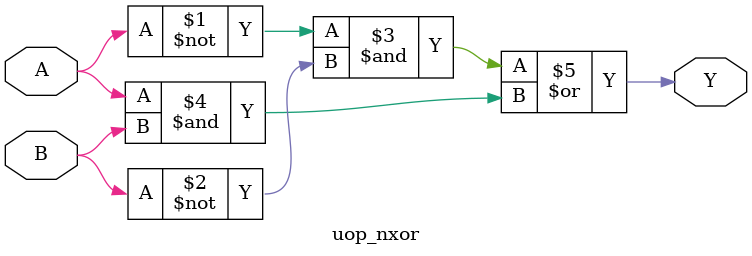
<source format=sv>
module uop_nxor (output wire Y, input wire A, input wire B);

//Internal wires
//wire term0;
//wire term3;

//Continuous Assignment (order does not matter)
assign Y = ~A & ~B|A & B;
//assign term0 = ~A & ~B;
//assign term3 = A & B;

//TASK - can you remove term0 and term3 and write everthing on one line?


endmodule
</source>
